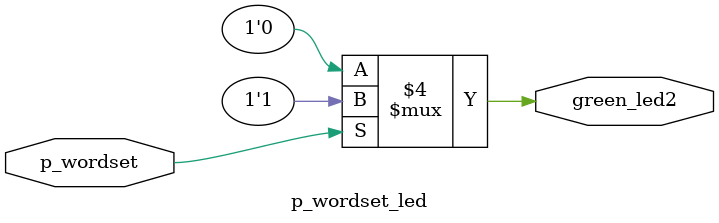
<source format=v>
module p_wordset_led(p_wordset,green_led2);

input p_wordset;
output reg green_led2;

always @(*)
if (p_wordset==1'b1)
	green_led2=1'b1;
else
	green_led2=1'b0;
	
endmodule
</source>
